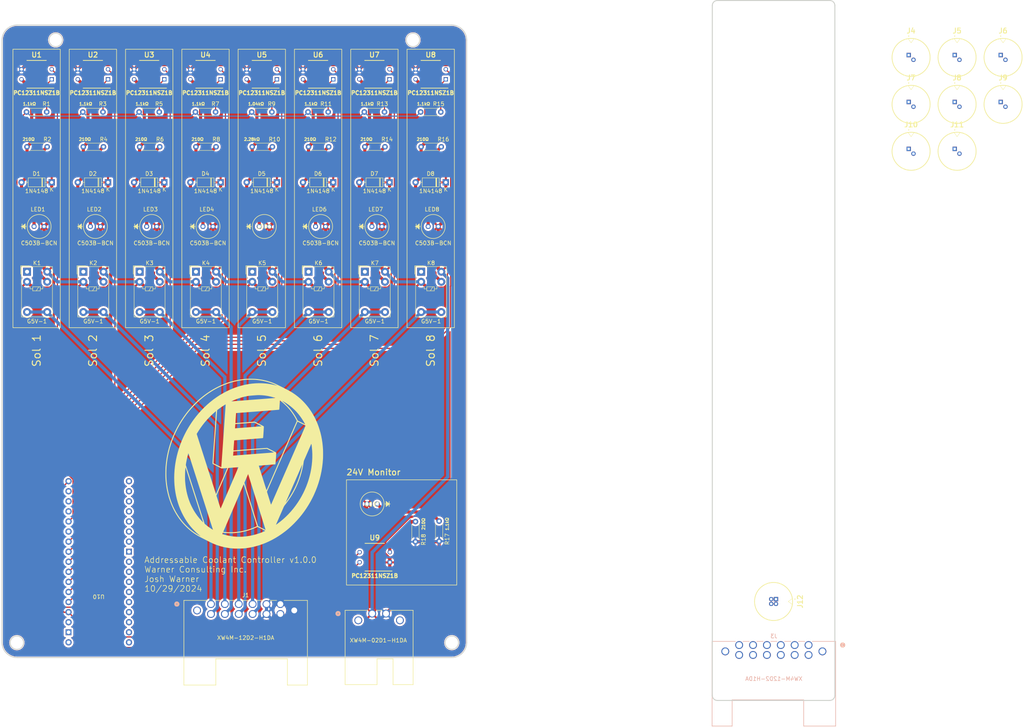
<source format=kicad_pcb>
(kicad_pcb (version 20221018) (generator pcbnew)
  (layers (0 "F.Cu" signal) (31 "B.Cu" signal) (34 "B.Paste" user) (35 "F.Paste" user) (36 "B.SilkS" user "B.Silkscreen") (37 "F.SilkS" user "F.Silkscreen") (38 "B.Mask" user) (39 "F.Mask" user) (44 "Edge.Cuts" user))
  (net 0 "")
  (net 1 "+24V")
  (net 2 "Net-(D1-A)")
  (net 3 "Net-(D2-A)")
  (net 4 "Net-(D3-A)")
  (net 5 "Net-(D4-A)")
  (net 6 "Net-(D5-A)")
  (net 7 "Net-(D6-A)")
  (net 8 "Net-(D7-A)")
  (net 9 "Net-(D8-A)")
  (net 10 "GND")
  (net 19 "Net-(LED1-Pad1)")
  (net 20 "Net-(LED2-Pad1)")
  (net 21 "Net-(LED3-Pad1)")
  (net 22 "Net-(LED4-Pad1)")
  (net 23 "Net-(LED5-Pad1)")
  (net 24 "Net-(LED6-Pad1)")
  (net 25 "Net-(LED7-Pad1)")
  (net 26 "Net-(LED8-Pad1)")
  (net 27 "/Main_Board/S1")
  (net 28 "Net-(LED9-Pad1)")
  (net 29 "/Main_Board/S3")
  (net 30 "/Main_Board/S5")
  (net 31 "/Main_Board/S7")
  (net 32 "/Main_Board/MCU 3.3v")
  (net 33 "/Main_Board/IO13")
  (net 34 "/Main_Board/S2")
  (net 35 "/Main_Board/S4")
  (net 36 "/Main_Board/S6")
  (net 37 "/Main_Board/S8")
  (net 38 "/Main_Board/MCU GND")
  (net 39 "/Connector_Board/S1")
  (net 40 "/Connector_Board/S3")
  (net 41 "/Connector_Board/S5")
  (net 42 "/Connector_Board/S7")
  (net 43 "/Connector_Board/MCU 3.3v")
  (net 44 "/Connector_Board/PS Out")
  (net 45 "/Connector_Board/S2")
  (net 46 "/Connector_Board/S4")
  (net 47 "/Connector_Board/S6")
  (net 48 "/Connector_Board/S8")
  (net 49 "/Connector_Board/GND")
  (net 50 "/Connector_Board/MCU GND")
  (net 52 "Net-(R10-Pad1)")
  (net 53 "/Main_Board/IO1")
  (net 54 "/Main_Board/IO3")
  (net 55 "/Main_Board/IO5")
  (net 56 "/Main_Board/IO21")
  (net 57 "/Main_Board/IO12")
  (net 58 "/Main_Board/IO0")
  (net 59 "/Main_Board/IO16")
  (net 60 "/Main_Board/IO4")
  (net 61 "/Main_Board/IO2")
  (net 84 "Net-(R2-Pad2)")
  (net 85 "Net-(R4-Pad2)")
  (net 86 "Net-(R6-Pad2)")
  (net 87 "Net-(R8-Pad2)")
  (net 88 "Net-(R12-Pad2)")
  (net 89 "Net-(R14-Pad2)")
  (net 90 "Net-(R16-Pad2)")
  (net 91 "Net-(R18-Pad2)")
  (footprint "Resistor:R_Axial_DIN0204_L3.6mm_D1.6mm_P5.08mm_Horizontal-JW" (layer "F.Cu") (at 92.5 66.53422)
    (fp_text reference "R3")
    (fp_text value "1.1kΩ")
  )
  (footprint "Resistor:R_Axial_DIN0204_L3.6mm_D1.6mm_P5.08mm_Horizontal-JW" (layer "F.Cu") (at 140.2975 75.3094 180)
    (fp_text reference "R10")
    (fp_text value "2.28kΩ")
  )
  (footprint "Resistor:R_Axial_DIN0204_L3.6mm_D1.6mm_P5.08mm_Horizontal-JW" (layer "F.Cu") (at 83.5035 75.3094 180)
    (fp_text reference "R2")
    (fp_text value "210Ω")
  )
  (footprint "ProS3:ProS3_TH" (layer "F.Cu") (at 96.5 179.959 180)
    (fp_text reference "U10")
    (fp_text value "ProS3")
  )
  (footprint "PC12311NSZ1B:PC12311NSZ1B" (layer "F.Cu") (at 166.0325 57.023 180)
    (fp_text reference "U7")
    (fp_text value "PC12311NSZ1B")
  )
  (footprint "Resistor:R_Axial_DIN0204_L3.6mm_D1.6mm_P5.08mm_Horizontal-JW" (layer "F.Cu") (at 120.897 66.53422)
    (fp_text reference "R7")
    (fp_text value "1.1kΩ")
  )
  (footprint "CreeLED Blue:C503B_BCN_CV0Z0461" (layer "F.Cu") (at 165.3925 95.41056)
    (fp_text reference "LED7")
    (fp_text value "C503B-BCN")
  )
  (footprint "Relay_THT:Relay_SPDT_Omron_G5V-1" (layer "F.Cu") (at 163.625 106.82154)
    (fp_text reference "K7")
    (fp_text value "G5V-1")
  )
  (footprint "Diode_THT:D_DO-35_SOD27_P7.62mm_Horizontal-JW" (layer "F.Cu") (at 141.4455 84.28458 180)
    (fp_text reference "D5")
    (fp_text value "1N4148")
  )
  (footprint "PC12311NSZ1B:PC12311NSZ1B" (layer "F.Cu") (at 180.231 57.023 180)
    (fp_text reference "U8")
    (fp_text value "PC12311NSZ1B")
  )
  (footprint "CreeLED Blue:C503B_BCN_CV0Z0461" (layer "F.Cu") (at 151.194 95.41056)
    (fp_text reference "LED6")
    (fp_text value "C503B-BCN")
  )
  (footprint "CreeLED Blue:C503B_BCN_CV0Z0461" (layer "F.Cu") (at 80.2015 95.41056)
    (fp_text reference "LED1")
    (fp_text value "C503B-BCN")
  )
  (footprint "Resistor:R_Axial_DIN0204_L3.6mm_D1.6mm_P5.08mm_Horizontal-JW" (layer "F.Cu") (at 177.691 66.53422)
    (fp_text reference "R15")
    (fp_text value "1.1kΩ")
  )
  (footprint "Diode_THT:D_DO-35_SOD27_P7.62mm_Horizontal-JW" (layer "F.Cu") (at 127.247 84.28458 180)
    (fp_text reference "D4")
    (fp_text value "1N4148")
  )
  (footprint "PC12311NSZ1B:PC12311NSZ1B" (layer "F.Cu") (at 151.834 57.023 180)
    (fp_text reference "U6")
    (fp_text value "PC12311NSZ1B")
  )
  (footprint "Resistor:R_Axial_DIN0204_L3.6mm_D1.6mm_P5.08mm_Horizontal-JW" (layer "F.Cu") (at 78.3015 66.53422)
    (fp_text reference "R1")
    (fp_text value "1.1kΩ")
  )
  (footprint "852-002-213R001:852-002-213R001" (layer "F.Cu") (at 312.977 52.7732)
    (fp_text reference "J5")
    (fp_text value "852-002-213R001" hide)
  )
  (footprint "852-002-213R001:852-002-213R001" (layer "F.Cu") (at 312.977 76.4428)
    (fp_text reference "J11")
    (fp_text value "852-002-213R001" hide)
  )
  (footprint "852-002-213R001:852-002-213R001" (layer "F.Cu") (at 301.377 76.4428)
    (fp_text reference "J10")
    (fp_text value "852-002-213R001" hide)
  )
  (footprint "PC12311NSZ1B:PC12311NSZ1B" (layer "F.Cu") (at 80.8415 57.023 180)
    (fp_text reference "U1")
    (fp_text value "PC12311NSZ1B")
  )
  (footprint "Resistor:R_Axial_DIN0204_L3.6mm_D1.6mm_P5.08mm_Horizontal-JW" (layer "F.Cu") (at 182.35436 169.70556 -90)
    (fp_text reference "R17")
    (fp_text value "1.1kΩ")
  )
  (footprint "Diode_THT:D_DO-35_SOD27_P7.62mm_Horizontal-JW" (layer "F.Cu") (at 155.644 84.28458 180)
    (fp_text reference "D6")
    (fp_text value "1N4148")
  )
  (footprint "Resistor:R_Axial_DIN0204_L3.6mm_D1.6mm_P5.08mm_Horizontal-JW" (layer "F.Cu") (at 182.893 75.3094 180)
    (fp_text reference "R16")
    (fp_text value "210Ω")
  )
  (footprint "Diode_THT:D_DO-35_SOD27_P7.62mm_Horizontal-JW" (layer "F.Cu") (at 84.6515 84.28458 180)
    (fp_text reference "D1")
    (fp_text value "1N4148")
  )
  (footprint "852-002-213R001:852-002-213R001" (layer "F.Cu") (at 324.577 52.7732)
    (fp_text reference "J6")
    (fp_text value "852-002-213R001" hide)
  )
  (footprint "Resistor:R_Axial_DIN0204_L3.6mm_D1.6mm_P5.08mm_Horizontal-JW" (layer "F.Cu") (at 176.38536 169.83256 -90)
    (fp_text reference "R18")
    (fp_text value "210Ω")
  )
  (footprint "Resistor:R_Axial_DIN0204_L3.6mm_D1.6mm_P5.08mm_Horizontal-JW" (layer "F.Cu") (at 154.496 75.3094 180)
    (fp_text reference "R12")
    (fp_text value "210Ω")
  )
  (footprint "Resistor:R_Axial_DIN0204_L3.6mm_D1.6mm_P5.08mm_Horizontal-JW" (layer "F.Cu") (at 149.294 66.53422)
    (fp_text reference "R11")
    (fp_text value "1.1kΩ")
  )
  (footprint "xw4m-02d1-h1da:xw4m-02d1-h1da" (layer "F.Cu") (at 165.45326 193.029861)
    (fp_text reference "J2" hide)
    (fp_text value "XW4M-02D1-H1DA")
  )
  (footprint "Warner Consulting Logo:Warner Consulting Logo" (layer "F.Cu") (at 133.20536 155.22756)
    (fp_text reference "G***")
    (fp_text value "LOGO" hide)
  )
  (footprint "852-002-213R001:852-002-213R001" (layer "F.Cu") (at 324.577 64.608)
    (fp_text reference "J9")
    (fp_text value "852-002-213R001" hide)
  )
  (footprint "CreeLED Blue:C503B_BCN_CV0Z0461" (layer "F.Cu") (at 166.73336 165.38756 180)
    (fp_text reference "LED9")
    (fp_text value "C503B-BCN")
  )
  (footprint "xw4m-12d2-h1da:xw4m-12d2-h1da" (layer "F.Cu") (at 124.816149 190.63246)
    (fp_text reference "J1")
    (fp_text value "XW4M-12D2-H1DA")
  )
  (footprint "PC12311NSZ1B:PC12311NSZ1B" (layer "F.Cu") (at 95.04 57.023 180)
    (fp_text reference "U2")
    (fp_text value "PC12311NSZ1B")
  )
  (footprint "Relay_THT:Relay_SPDT_Omron_G5V-1" (layer "F.Cu") (at 106.831 106.82154)
    (fp_text reference "K3")
    (fp_text value "G5V-1")
  )
  (footprint "Relay_THT:Relay_SPDT_Omron_G5V-1" (layer "F.Cu") (at 135.228 106.82154)
    (fp_text reference "K5")
    (fp_text value "G5V-1")
  )
  (footprint "PC12311NSZ1B:PC12311NSZ1B" (layer "F.Cu") (at 123.437 57.023 180)
    (fp_text reference "U4")
    (fp_text value "PC12311NSZ1B")
  )
  (footprint "PC12311NSZ1B:PC12311NSZ1B" (layer "F.Cu") (at 109.2385 57.023 180)
    (fp_text reference "U3")
    (fp_text value "PC12311NSZ1B")
  )
  (footprint "852-002-213R001:852-002-213R001" (layer "F.Cu") (at 301.377 64.608)
    (fp_text reference "J7")
    (fp_text value "852-002-213R001" hide)
  )
  (footprint "PC12311NSZ1B:PC12311NSZ1B" (layer "F.Cu") (at 166.116 178.816 180)
    (fp_text reference "U9")
    (fp_text value "PC12311NSZ1B")
  )
  (footprint "Diode_THT:D_DO-35_SOD27_P7.62mm_Horizontal-JW" (layer "F.Cu") (at 98.85 84.28458 180)
    (fp_text reference "D2")
    (fp_text value "1N4148")
  )
  (footprint "Diode_THT:D_DO-35_SOD27_P7.62mm_Horizontal-JW" (layer "F.Cu") (at 184.041 84.28458 180)
    (fp_text reference "D8")
    (fp_text value "1N4148")
  )
  (footprint "Diode_THT:D_DO-35_SOD27_P7.62mm_Horizontal-JW" (layer "F.Cu") (at 169.8425 84.28458 180)
    (fp_text reference "D7")
    (fp_text value "1N4148")
  )
  (footprint "Relay_THT:Relay_SPDT_Omron_G5V-1" (layer "F.Cu") (at 149.4265 106.82154)
    (fp_text reference "K6")
    (fp_text value "G5V-1")
  )
  (footprint "CreeLED Blue:C503B_BCN_CV0Z0461" (layer "F.Cu") (at 108.5985 95.41056)
    (fp_text reference "LED3")
    (fp_text value "C503B-BCN")
  )
  (footprint "PC12311NSZ1B:PC12311NSZ1B" (layer "F.Cu") (at 137.6355 57.023 180)
    (fp_text reference "U5")
    (fp_text value "PC12311NSZ1B")
  )
  (footprint "Resistor:R_Axial_DIN0204_L3.6mm_D1.6mm_P5.08mm_Horizontal-JW" (layer "F.Cu") (at 106.6985 66.53422)
    (fp_text reference "R5")
    (fp_text value "1.1kΩ")
  )
  (footprint "Resistor:R_Axial_DIN0204_L3.6mm_D1.6mm_P5.08mm_Horizontal-JW" (layer "F.Cu") (at 168.6945 75.3094 180)
    (fp_text reference "R14")
    (fp_text value "210Ω")
  )
  (footprint "CreeLED Green:C503B_GCN_CY0C0792" (layer "F.Cu") (at 136.9955 95.41056)
    (fp_text reference "LED5")
    (fp_text value "C503B-GCN")
  )
  (footprint "CreeLED Blue:C503B_BCN_CV0Z0461" (layer "F.Cu") (at 94.4 95.41056)
    (fp_text reference "LED2")
    (fp_text value "C503B-BCN")
  )
  (footprint "Resistor:R_Axial_DIN0204_L3.6mm_D1.6mm_P5.08mm_Horizontal-JW" (layer "F.Cu") (at 126.099 75.3094 180)
    (fp_text reference "R8")
    (fp_text value "210Ω")
  )
  (footprint "CreeLED Blue:C503B_BCN_CV0Z0461" (layer "F.Cu") (at 179.591 95.41056)
    (fp_text reference "LED8")
    (fp_text value "C503B-BCN")
  )
  (footprint "Relay_THT:Relay_SPDT_Omron_G5V-1" (layer "F.Cu") (at 78.434 106.82154)
    (fp_text reference "K1")
    (fp_text value "G5V-1")
  )
  (footprint "852-002-213R001:852-002-213R001" (layer "F.Cu") (at 301.377 52.7732)
    (fp_text reference "J4")
    (fp_text value "852-002-213R001" hide)
  )
  (footprint "Resistor:R_Axial_DIN0204_L3.6mm_D1.6mm_P5.08mm_Horizontal-JW" (layer "F.Cu") (at 135.0955 66.53422)
    (fp_text reference "R9")
    (fp_text value "1.04kΩ")
  )
  (footprint "Resistor:R_Axial_DIN0204_L3.6mm_D1.6mm_P5.08mm_Horizontal-JW" (layer "F.Cu") (at 111.9005 75.3094 180)
    (fp_text reference "R6")
    (fp_text value "210Ω")
  )
  (footprint "Relay_THT:Relay_SPDT_Omron_G5V-1" (layer "F.Cu") (at 121.0295 106.82154)
    (fp_text reference "K4")
    (fp_text value "G5V-1")
  )
  (footprint "Relay_THT:Relay_SPDT_Omron_G5V-1" (layer "F.Cu") (at 92.6325 106.82154)
    (fp_text reference "K2")
    (fp_text value "G5V-1")
  )
  (footprint "Resistor:R_Axial_DIN0204_L3.6mm_D1.6mm_P5.08mm_Horizontal-JW" (layer "F.Cu") (at 163.4925 66.53422)
    (fp_text reference "R13")
    (fp_text value "1.1kΩ")
  )
  (footprint "Diode_THT:D_DO-35_SOD27_P7.62mm_Horizontal-JW" (layer "F.Cu") (at 113.0485 84.28458 180)
    (fp_text reference "D3")
    (fp_text value "1N4148")
  )
  (footprint "Resistor:R_Axial_DIN0204_L3.6mm_D1.6mm_P5.08mm_Horizontal-JW" (layer "F.Cu") (at 97.702 75.3094 180)
    (fp_text reference "R4")
    (fp_text value "210Ω")
  )
  (footprint "852-002-213R004:852004213R004" (layer "F.Cu") (at 266.7 189.9824 -90)
    (fp_text reference "J12")
    (fp_text value "852-004-213R004" hide)
  )
  (footprint "Relay_THT:Relay_SPDT_Omron_G5V-1" (layer "F.Cu") (at 177.8235 106.82154)
    (fp_text reference "K8")
    (fp_text value "G5V-1")
  )
  (footprint "852-002-213R001:852-002-213R001" (layer "F.Cu") (at 312.977 64.608)
    (fp_text reference "J8")
    (fp_text value "852-002-213R001" hide)
  )
  (footprint "CreeLED Blue:C503B_BCN_CV0Z0461" (layer "F.Cu") (at 122.797 95.41056)
    (fp_text reference "LED4")
    (fp_text value "C503B-BCN")
  )
  (footprint "xw4m-12d2-h1da:xw4m-12d2-h1da" (layer "B.Cu") (at 275.519002 200.964988 180)
    (fp_text reference "J3")
    (fp_text value "XW4M-12D2-H1DA")
  )
  (gr_rect (start 174.262 50.70656) (end 186.2 120.93756) (stroke (width 0.15)) (fill none) (layer "F.SilkS"))
  (gr_rect (start 131.6665 50.70656) (end 143.6045 120.93756) (stroke (width 0.15)) (fill none) (layer "F.SilkS"))
  (gr_rect locked (start 74.8725 50.70656) (end 86.8105 120.93756) (stroke (width 0.15)) (fill none) (layer "F.SilkS"))
  (gr_rect (start 160.0635 50.70656) (end 172.0015 120.93756) (stroke (width 0.15)) (fill none) (layer "F.SilkS"))
  (gr_rect (start 103.2695 50.70656) (end 115.2075 120.93756) (stroke (width 0.15)) (fill none) (layer "F.SilkS"))
  (gr_rect (start 145.865 50.70656) (end 157.803 120.93756) (stroke (width 0.15)) (fill none) (layer "F.SilkS"))
  (gr_rect (start 117.468 50.70656) (end 129.406 120.93756) (stroke (width 0.15)) (fill none) (layer "F.SilkS"))
  (gr_rect (start 89.071 50.70656) (end 101.009 120.93756) (stroke (width 0.15)) (fill none) (layer "F.SilkS"))
  (gr_rect (start 158.98636 159.29156) (end 186.79936 185.83456) (stroke (width 0.15)) (fill none) (layer "F.SilkS"))
  (gr_arc locked (start 252.52 214.935) (mid 251.621974 214.563026) (end 251.25 213.665) (stroke (width 0.25)) (layer "Edge.Cuts"))
  (gr_arc locked (start 72.11836 48.42056) (mid 73.234283 45.726483) (end 75.92836 44.61056) (stroke (width 0.25)) (layer "Edge.Cuts"))
  (gr_line locked (start 282.15 39.6875) (end 282.15 213.665) (stroke (width 0.25)) (layer "Edge.Cuts"))
  (gr_arc locked (start 282.15 213.665) (mid 281.778026 214.563026) (end 280.88 214.935) (stroke (width 0.25)) (layer "Edge.Cuts"))
  (gr_circle locked (center 75.86836 200.36634) (end 77.56836 200.36634) (stroke (width 0.25)) (fill none) (layer "Edge.Cuts"))
  (gr_circle locked (center 85.66125 48.36056) (end 87.36125 48.36056) (stroke (width 0.25)) (fill none) (layer "Edge.Cuts"))
  (gr_line locked (start 252.52 214.935) (end 280.88 214.935) (stroke (width 0.25)) (layer "Edge.Cuts"))
  (gr_line locked (start 72.11836 48.42056) (end 72.11836 200.30634) (stroke (width 0.25)) (layer "Edge.Cuts"))
  (gr_line locked (start 185.49414 44.61056) (end 75.92836 44.61056) (stroke (width 0.25)) (layer "Edge.Cuts"))
  (gr_arc locked (start 280.88 38.4175) (mid 281.778026 38.789474) (end 282.15 39.6875) (stroke (width 0.25)) (layer "Edge.Cuts"))
  (gr_arc locked (start 251.25 39.6875) (mid 251.621974 38.789474) (end 252.52 38.4175) (stroke (width 0.25)) (layer "Edge.Cuts"))
  (gr_line locked (start 252.52 38.4175) (end 280.88 38.4175) (stroke (width 0.25)) (layer "Edge.Cuts"))
  (gr_line locked (start 75.92836 204.11634) (end 185.49414 204.11634) (stroke (width 0.25)) (layer "Edge.Cuts"))
  (gr_circle locked (center 175.76125 48.36056) (end 177.46125 48.36056) (stroke (width 0.25)) (fill none) (layer "Edge.Cuts"))
  (gr_circle locked (center 185.55414 200.36634) (end 187.25414 200.36634) (stroke (width 0.25)) (fill none) (layer "Edge.Cuts"))
  (gr_arc locked (start 189.30414 200.30634) (mid 188.188223 203.000423) (end 185.49414 204.11634) (stroke (width 0.25)) (layer "Edge.Cuts"))
  (gr_line locked (start 251.25 39.6875) (end 251.25 213.665) (stroke (width 0.25)) (layer "Edge.Cuts"))
  (gr_arc locked (start 75.92836 204.11634) (mid 73.23429 203.000416) (end 72.11836 200.30634) (stroke (width 0.25)) (layer "Edge.Cuts"))
  (gr_line locked (start 189.30414 200.30634) (end 189.30414 48.42056) (stroke (width 0.25)) (layer "Edge.Cuts"))
  (gr_arc locked (start 185.49414 44.61056) (mid 188.18823 45.726476) (end 189.30414 48.42056) (stroke (width 0.25)) (layer "Edge.Cuts"))
  (gr_text "Sol 1 " (at 80.8415 120.93756 90) (layer "F.SilkS") (effects (font (size 2 2) (thickness 0.25)) (justify right)))
  (gr_text "Addressable Coolant Controller v1.0.0\nWarner Consulting Inc.\nJosh Warner\n10/29/2024" (at 107.93236 187.61256) (layer "F.SilkS") (effects (font (size 1.5 1.5)) (justify left bottom)))
  (gr_text "Sol 7 " (at 166.0325 120.93756 90) (layer "F.SilkS") (effects (font (size 2 2) (thickness 0.25)) (justify right)))
  (gr_text "Sol 6 " (at 151.834 120.93756 90) (layer "F.SilkS") (effects (font (size 2 2) (thickness 0.25)) (justify right)))
  (gr_text "Sol 5 " (at 137.6355 120.93756 90) (layer "F.SilkS") (effects (font (size 2 2) (thickness 0.25)) (justify right)))
  (gr_text "Sol 4 " (at 123.437 120.93756 90) (layer "F.SilkS") (effects (font (size 2 2) (thickness 0.25)) (justify right)))
  (gr_text "Sol 3 " (at 109.2385 120.93756 90) (layer "F.SilkS") (effects (font (size 2 2) (thickness 0.25)) (justify right)))
  (gr_text "24V Monitor" (at 158.85936 158.27556) (layer "F.SilkS") (effects (font (size 1.5 1.5) (thickness 0.25) bold) (justify left bottom)))
  (gr_text "Sol 8 " (at 180.231 120.93756 90) (layer "F.SilkS") (effects (font (size 2 2) (thickness 0.25)) (justify right)))
  (gr_text "Sol 2 " (at 95.04 120.93756 90) (layer "F.SilkS") (effects (font (size 2 2) (thickness 0.25)) (justify right)))
  (segment (start 75.8815 180.805251) (end 75.8815 68.95422) (width 0.3) (layer "F.Cu") (net 0))
  (segment (start 75.8815 68.95422) (end 78.3015 66.53422) (width 0.3) (layer "F.Cu") (net 0))
  (segment (start 97.77236 201.58256) (end 88.88236 192.69256) (width 0.3) (layer "F.Cu") (net 0))
  (segment (start 162.28836 180.11956) (end 140.82536 201.58256) (width 0.3) (layer "F.Cu") (net 0))
  (segment (start 140.82536 201.58256) (end 97.77236 201.58256) (width 0.3) (layer "F.Cu") (net 0))
  (segment (start 88.88236 192.69256) (end 87.768809 192.69256) (width 0.3) (layer "F.Cu") (net 0))
  (segment (start 87.768809 192.69256) (end 75.8815 180.805251) (width 0.3) (layer "F.Cu") (net 0))
  (segment (start 78.3015 66.53422) (end 79.3515 67.58422) (width 0.3) (layer "B.Cu") (net 0))
  (segment (start 97.7125 116.98154) (end 126.406749 145.675789) (width 0.8) (layer "B.Cu") (net 0))
  (segment (start 150.344 67.58422) (end 162.4425 67.58422) (width 0.3) (layer "B.Cu") (net 0))
  (segment (start 124.816149 158.283689) (end 83.514 116.98154) (width 0.8) (layer "B.Cu") (net 0))
  (segment (start 140.308 116.98154) (end 135.228 116.98154) (width 0.8) (layer "B.Cu") (net 0))
  (segment (start 133.40675 133.00129) (end 133.40675 191.54186) (width 0.8) (layer "B.Cu") (net 0))
  (segment (start 92.5 66.53422) (end 93.55 67.58422) (width 0.3) (layer "B.Cu") (net 0))
  (segment (start 126.406749 191.54186) (end 124.816149 193.13246) (width 0.8) (layer "B.Cu") (net 0))
  (segment (start 148.244 67.58422) (end 149.294 66.53422) (width 0.3) (layer "B.Cu") (net 0))
  (segment (start 168.705 116.98154) (end 163.625 116.98154) (width 0.8) (layer "B.Cu") (net 0))
  (segment (start 126.1095 116.98154) (end 121.0295 116.98154) (width 0.8) (layer "B.Cu") (net 0))
  (segment (start 97.7125 116.98154) (end 92.6325 116.98154) (width 0.8) (layer "B.Cu") (net 0))
  (segment (start 91.45 67.58422) (end 92.5 66.53422) (width 0.3) (layer "B.Cu") (net 0))
  (segment (start 149.294 66.53422) (end 150.344 67.58422) (width 0.3) (layer "B.Cu") (net 0))
  (segment (start 128.31615 190.63246) (end 128.31615 133.38669) (width 0.8) (layer "B.Cu") (net 0))
  (segment (start 131.81615 190.63246) (end 131.81615 120.39339) (width 0.8) (layer "B.Cu") (net 0))
  (segment (start 162.4425 67.58422) (end 163.4925 66.53422) (width 0.3) (layer "B.Cu") (net 0))
  (segment (start 136.906751 191.54186) (end 135.316151 193.13246) (width 0.8) (layer "B.Cu") (net 0))
  (segment (start 111.911 116.98154) (end 106.831 116.98154) (width 0.8) (layer "B.Cu") (net 0))
  (segment (start 182.9035 116.98154) (end 177.8235 116.98154) (width 0.8) (layer "B.Cu") (net 0))
  (segment (start 126.406749 145.675789) (end 126.406749 191.54186) (width 0.8) (layer "B.Cu") (net 0))
  (segment (start 135.0955 66.53422) (end 136.1455 67.58422) (width 0.3) (layer "B.Cu") (net 0))
  (segment (start 163.4925 66.53422) (end 164.5425 67.58422) (width 0.3) (layer "B.Cu") (net 0))
  (segment (start 131.81615 120.39339) (end 135.228 116.98154) (width 0.8) (layer "B.Cu") (net 0))
  (segment (start 164.5425 67.58422) (end 176.641 67.58422) (width 0.3) (layer "B.Cu") (net 0))
  (segment (start 176.641 67.58422) (end 177.691 66.53422) (width 0.3) (layer "B.Cu") (net 0))
  (segment (start 121.947 67.58422) (end 134.0455 67.58422) (width 0.3) (layer "B.Cu") (net 0))
  (segment (start 93.55 67.58422) (end 105.6485 67.58422) (width 0.3) (layer "B.Cu") (net 0))
  (segment (start 83.514 116.98154) (end 78.434 116.98154) (width 0.8) (layer "B.Cu") (net 0))
  (segment (start 134.0455 67.58422) (end 135.0955 66.53422) (width 0.3) (layer "B.Cu") (net 0))
  (segment (start 129.90675 120.77879) (end 129.90675 191.54186) (width 0.8) (layer "B.Cu") (net 0))
  (segment (start 107.7485 67.58422) (end 119.847 67.58422) (width 0.3) (layer "B.Cu") (net 0))
  (segment (start 154.5065 116.98154) (end 149.4265 116.98154) (width 0.8) (layer "B.Cu") (net 0))
  (segment (start 119.847 67.58422) (end 120.897 66.53422) (width 0.3) (layer "B.Cu") (net 0))
  (segment (start 177.8235 116.98154) (end 136.906751 157.898289) (width 0.8) (layer "B.Cu") (net 0))
  (segment (start 136.906751 157.898289) (end 136.906751 191.54186) (width 0.8) (layer "B.Cu") (net 0))
  (segment (start 124.816149 190.63246) (end 124.816149 158.283689) (width 0.8) (layer "B.Cu") (net 0))
  (segment (start 106.6985 66.53422) (end 107.7485 67.58422) (width 0.3) (layer "B.Cu") (net 0))
  (segment (start 129.90675 191.54186) (end 128.31615 193.13246) (width 0.8) (layer "B.Cu") (net 0))
  (segment (start 136.1455 67.58422) (end 148.244 67.58422) (width 0.3) (layer "B.Cu") (net 0))
  (segment (start 135.316151 190.63246) (end 135.316151 145.290389) (width 0.8) (layer "B.Cu") (net 0))
  (segment (start 79.3515 67.58422) (end 91.45 67.58422) (width 0.3) (layer "B.Cu") (net 0))
  (segment (start 149.4265 116.98154) (end 133.40675 133.00129) (width 0.8) (layer "B.Cu") (net 0))
  (segment (start 120.897 66.53422) (end 121.947 67.58422) (width 0.3) (layer "B.Cu") (net 0))
  (segment (start 133.40675 191.54186) (end 131.81615 193.13246) (width 0.8) (layer "B.Cu") (net 0))
  (segment (start 135.316151 145.290389) (end 163.625 116.98154) (width 0.8) (layer "B.Cu") (net 0))
  (segment (start 126.1095 116.98154) (end 129.90675 120.77879) (width 0.8) (layer "B.Cu") (net 0))
  (segment (start 105.6485 67.58422) (end 106.6985 66.53422) (width 0.3) (layer "B.Cu") (net 0))
  (segment (start 128.31615 133.38669) (end 111.911 116.98154) (width 0.8) (layer "B.Cu") (net 0))
  (segment (start 141.908 108.42154) (end 140.308 106.82154) (width 0.8) (layer "F.Cu") (net 1))
  (segment (start 127.7095 110.10092) (end 127.7095 108.42154) (width 0.8) (layer "F.Cu") (net 1))
  (segment (start 169.90836 179.205906) (end 164.06636 173.363906) (width 0.8) (layer "F.Cu") (net 1))
  (segment (start 153.734 106.04904) (end 154.5065 106.82154) (width 0.8) (layer "F.Cu") (net 1))
  (segment (start 164.06636 173.363906) (end 164.06636 165.51456) (width 0.8) (layer "F.Cu") (net 1))
  (segment (start 127.247 84.28458) (end 127.247 93.50056) (width 0.8) (layer "F.Cu") (net 1))
  (segment (start 84.6515 93.50056) (end 82.7415 95.41056) (width 0.8) (layer "F.Cu") (net 1))
  (segment (start 82.7415 95.41056) (end 82.7415 106.04904) (width 0.8) (layer "F.Cu") (net 1))
  (segment (start 113.0485 84.28458) (end 113.0485 93.50056) (width 0.8) (layer "F.Cu") (net 1))
  (segment (start 82.7415 106.04904) (end 83.514 106.82154) (width 0.8) (layer "F.Cu") (net 1))
  (segment (start 179.4235 110.96154) (end 183.64288 110.96154) (width 0.8) (layer "F.Cu") (net 1))
  (segment (start 151.0265 110.96154) (end 155.24588 110.96154) (width 0.8) (layer "F.Cu") (net 1))
  (segment (start 169.90836 187.63556) (end 169.90836 179.205906) (width 0.8) (layer "F.Cu") (net 1))
  (segment (start 127.7095 108.42154) (end 126.1095 106.82154) (width 0.8) (layer "F.Cu") (net 1))
  (segment (start 135.228 109.36154) (end 136.828 110.96154) (width 0.8) (layer "F.Cu") (net 1))
  (segment (start 98.85 84.28458) (end 98.85 93.50056) (width 0.8) (layer "F.Cu") (net 1))
  (segment (start 184.041 84.28458) (end 184.041 93.50056) (width 0.8) (layer "F.Cu") (net 1))
  (segment (start 169.8425 93.50056) (end 167.9325 95.41056) (width 0.8) (layer "F.Cu") (net 1))
  (segment (start 106.831 109.36154) (end 108.431 110.96154) (width 0.8) (layer "F.Cu") (net 1))
  (segment (start 122.6295 110.96154) (end 126.84888 110.96154) (width 0.8) (layer "F.Cu") (net 1))
  (segment (start 182.131 106.04904) (end 182.9035 106.82154) (width 0.8) (layer "F.Cu") (net 1))
  (segment (start 94.2325 110.96154) (end 98.45188 110.96154) (width 0.8) (layer "F.Cu") (net 1))
  (segment (start 125.337 106.04904) (end 126.1095 106.82154) (width 0.8) (layer "F.Cu") (net 1))
  (segment (start 98.45188 110.96154) (end 99.3125 110.10092) (width 0.8) (layer "F.Cu") (net 1))
  (segment (start 170.305 110.10092) (end 170.305 108.42154) (width 0.8) (layer "F.Cu") (net 1))
  (segment (start 165.225 110.96154) (end 169.44438 110.96154) (width 0.8) (layer "F.Cu") (net 1))
  (segment (start 149.4265 109.36154) (end 151.0265 110.96154) (width 0.8) (layer "F.Cu") (net 1))
  (segment (start 141.4455 93.50056) (end 139.5355 95.41056) (width 0.8) (layer "F.Cu") (net 1))
  (segment (start 113.511 108.42154) (end 111.911 106.82154) (width 0.8) (layer "F.Cu") (net 1))
  (segment (start 165.45326 193.029861) (end 165.45326 192.09066) (width 0.8) (layer "F.Cu") (net 1))
  (segment (start 121.0295 109.36154) (end 122.6295 110.96154) (width 0.8) (layer "F.Cu") (net 1))
  (segment (start 136.828 110.96154) (end 141.04738 110.96154) (width 0.8) (layer "F.Cu") (net 1))
  (segment (start 84.6515 84.28458) (end 84.6515 93.50056) (width 0.8) (layer "F.Cu") (net 1))
  (segment (start 184.041 93.50056) (end 182.131 95.41056) (width 0.8) (layer "F.Cu") (net 1))
  (segment (start 99.3125 110.10092) (end 99.3125 108.42154) (width 0.8) (layer "F.Cu") (net 1))
  (segment (start 127.247 93.50056) (end 125.337 95.41056) (width 0.8) (layer "F.Cu") (net 1))
  (segment (start 167.9325 95.41056) (end 167.9325 106.04904) (width 0.8) (layer "F.Cu") (net 1))
  (segment (start 108.431 110.96154) (end 112.65038 110.96154) (width 0.8) (layer "F.Cu") (net 1))
  (segment (start 125.337 95.41056) (end 125.337 106.04904) (width 0.8) (layer "F.Cu") (net 1))
  (segment (start 169.44438 110.96154) (end 170.305 110.10092) (width 0.8) (layer "F.Cu") (net 1))
  (segment (start 84.25338 110.96154) (end 85.114 110.10092) (width 0.8) (layer "F.Cu") (net 1))
  (segment (start 155.24588 110.96154) (end 156.1065 110.10092) (width 0.8) (layer "F.Cu") (net 1))
  (segment (start 177.8235 109.36154) (end 179.4235 110.96154) (width 0.8) (layer "F.Cu") (net 1))
  (segment (start 183.64288 110.96154) (end 184.5035 110.10092) (width 0.8) (layer "F.Cu") (net 1))
  (segment (start 96.94 95.41056) (end 96.94 106.04904) (width 0.8) (layer "F.Cu") (net 1))
  (segment (start 184.5035 108.42154) (end 182.9035 106.82154) (width 0.8) (layer "F.Cu") (net 1))
  (segment (start 165.45326 192.09066) (end 169.90836 187.63556) (width 0.8) (layer "F.Cu") (net 1))
  (segment (start 112.65038 110.96154) (end 113.511 110.10092) (width 0.8) (layer "F.Cu") (net 1))
  (segment (start 139.5355 95.41056) (end 139.5355 106.04904) (width 0.8) (layer "F.Cu") (net 1))
  (segment (start 139.5355 106.04904) (end 140.308 106.82154) (width 0.8) (layer "F.Cu") (net 1))
  (segment (start 96.94 106.04904) (end 97.7125 106.82154) (width 0.8) (layer "F.Cu") (net 1))
  (segment (start 184.5035 110.10092) (end 184.5035 108.42154) (width 0.8) (layer "F.Cu") (net 1))
  (segment (start 80.034 110.96154) (end 84.25338 110.96154) (width 0.8) (layer "F.Cu") (net 1))
  (segment (start 85.114 110.10092) (end 85.114 108.42154) (width 0.8) (layer "F.Cu") (net 1))
  (segment (start 163.625 109.36154) (end 165.225 110.96154) (width 0.8) (layer "F.Cu") (net 1))
  (segment (start 113.511 110.10092) (end 113.511 108.42154) (width 0.8) (layer "F.Cu") (net 1))
  (segment (start 85.114 108.42154) (end 83.514 106.82154) (width 0.8) (layer "F.Cu") (net 1))
  (segment (start 155.644 84.28458) (end 155.644 93.50056) (width 0.8) (layer "F.Cu") (net 1))
  (segment (start 78.434 109.36154) (end 80.034 110.96154) (width 0.8) (layer "F.Cu") (net 1))
  (segment (start 99.3125 108.42154) (end 97.7125 106.82154) (width 0.8) (layer "F.Cu") (net 1))
  (segment (start 98.85 93.50056) (end 96.94 95.41056) (width 0.8) (layer "F.Cu") (net 1))
  (segment (start 141.908 110.10092) (end 141.908 108.42154) (width 0.8) (layer "F.Cu") (net 1))
  (segment (start 167.9325 106.04904) (end 168.705 106.82154) (width 0.8) (layer "F.Cu") (net 1))
  (segment (start 155.644 93.50056) (end 153.734 95.41056) (width 0.8) (layer "F.Cu") (net 1))
  (segment (start 141.4455 84.28458) (end 141.4455 93.50056) (width 0.8) (layer "F.Cu") (net 1))
  (segment (start 164.06636 165.51456) (end 164.19336 165.38756) (width 0.8) (layer "F.Cu") (net 1))
  (segment (start 92.6325 109.36154) (end 94.2325 110.96154) (width 0.8) (layer "F.Cu") (net 1))
  (segment (start 153.734 95.41056) (end 153.734 106.04904) (width 0.8) (layer "F.Cu") (net 1))
  (segment (start 169.8425 84.28458) (end 169.8425 93.50056) (width 0.8) (layer "F.Cu") (net 1))
  (segment (start 156.1065 110.10092) (end 156.1065 108.42154) (width 0.8) (layer "F.Cu") (net 1))
  (segment (start 170.305 108.42154) (end 168.705 106.82154) (width 0.8) (layer "F.Cu") (net 1))
  (segment (start 156.1065 108.42154) (end 154.5065 106.82154) (width 0.8) (layer "F.Cu") (net 1))
  (segment (start 126.84888 110.96154) (end 127.7095 110.10092) (width 0.8) (layer "F.Cu") (net 1))
  (segment (start 141.04738 110.96154) (end 141.908 110.10092) (width 0.8) (layer "F.Cu") (net 1))
  (segment (start 113.0485 93.50056) (end 111.1385 95.41056) (width 0.8) (layer "F.Cu") (net 1))
  (segment (start 111.1385 95.41056) (end 111.1385 106.04904) (width 0.8) (layer "F.Cu") (net 1))
  (segment (start 111.1385 106.04904) (end 111.911 106.82154) (width 0.8) (layer "F.Cu") (net 1))
  (segment (start 182.131 95.41056) (end 182.131 106.04904) (width 0.8) (layer "F.Cu") (net 1))
  (segment (start 140.308 106.82154) (end 142.848 109.36154) (width 0.8) (layer "B.Cu") (net 1))
  (segment (start 182.9035 106.82154) (end 184.5035 108.42154) (width 0.8) (layer "B.Cu") (net 1))
  (segment (start 168.705 106.82154) (end 171.245 109.36154) (width 0.8) (layer "B.Cu") (net 1))
  (segment (start 86.054 109.36154) (end 92.6325 109.36154) (width 0.8) (layer "B.Cu") (net 1))
  (segment (start 128.6495 109.36154) (end 135.228 109.36154) (width 0.8) (layer "B.Cu") (net 1))
  (segment (start 157.0465 109.36154) (end 163.625 109.36154) (width 0.8) (layer "B.Cu") (net 1))
  (segment (start 165.45326 177.58966) (end 165.45326 193.029861) (width 0.8) (layer "B.Cu") (net 1))
  (segment (start 184.5035 158.53942) (end 165.45326 177.58966) (width 0.8) (layer "B.Cu") (net 1))
  (segment (start 171.245 109.36154) (end 177.8235 109.36154) (width 0.8) (layer "B.Cu") (net 1))
  (segment (start 83.514 106.82154) (end 86.054 109.36154) (width 0.8) (layer "B.Cu") (net 1))
  (segment (start 126.1095 106.82154) (end 128.6495 109.36154) (width 0.8) (layer "B.Cu") (net 1))
  (segment (start 97.7125 106.82154) (end 100.2525 109.36154) (width 0.8) (layer "B.Cu") (net 1))
  (segment (start 142.848 109.36154) (end 149.4265 109.36154) (width 0.8) (layer "B.Cu") (net 1))
  (segment (start 100.2525 109.36154) (end 106.831 109.36154) (width 0.8) (layer "B.Cu") (net 1))
  (segment (start 114.451 109.36154) (end 121.0295 109.36154) (width 0.8) (layer "B.Cu") (net 1))
  (segment (start 111.911 106.82154) (end 114.451 109.36154) (width 0.8) (layer "B.Cu") (net 1))
  (segment (start 184.5035 108.42154) (end 184.5035 158.53942) (width 0.8) (layer "B.Cu") (net 1))
  (segment (start 154.5065 106.82154) (end 157.0465 109.36154) (width 0.8) (layer "B.Cu") (net 1))
  (segment (start 83.3815 59.59656) (end 84.6515 58.32656) (width 0.3) (layer "F.Cu") (net 2))
  (segment (start 77.0315 58.32656) (end 79.6015 60.89656) (width 0.8) (layer "F.Cu") (net 2))
  (segment (start 81.914 107.10154) (end 81.914 107.76154) (width 0.8) (layer "F.Cu") (net 2))
  (segment (start 81.914 107.76154) (end 83.514 109.36154) (width 0.8) (layer "F.Cu") (net 2))
  (segment (start 77.0315 84.28458) (end 77.0315 102.21904) (width 0.8) (layer "F.Cu") (net 2))
  (segment (start 77.0315 102.21904) (end 81.914 107.10154) (width 0.8) (layer "F.Cu") (net 2))
  (segment (start 78.4235 75.3094) (end 78.4235 82.89258) (width 0.8) (layer "F.Cu") (net 2))
  (segment (start 83.3815 66.53422) (end 83.3815 59.59656) (width 0.3) (layer "F.Cu") (net 2))
  (segment (start 78.4235 82.89258) (end 77.0315 84.28458) (width 0.8) (layer "F.Cu") (net 2))
  (segment (start 79.6015 74.1314) (end 78.4235 75.3094) (width 0.8) (layer "F.Cu") (net 2))
  (segment (start 79.6015 60.89656) (end 79.6015 74.1314) (width 0.8) (layer "F.Cu") (net 2))
  (segment (start 91.23 58.32656) (end 93.8 60.89656) (width 0.8) (layer "F.Cu") (net 3))
  (segment (start 93.8 60.89656) (end 93.8 74.1314) (width 0.8) (layer "F.Cu") (net 3))
  (segment (start 97.58 66.53422) (end 97.58 59.59656) (width 0.3) (layer "F.Cu") (net 3))
  (segment (start 92.622 75.3094) (end 92.622 82.89258) (width 0.8) (layer "F.Cu") (net 3))
  (segment (start 96.1125 107.76154) (end 97.7125 109.36154) (width 0.8) (layer "F.Cu") (net 3))
  (segment (start 96.1125 107.10154) (end 96.1125 107.76154) (width 0.8) (layer "F.Cu") (net 3))
  (segment (start 93.8 74.1314) (end 92.622 75.3094) (width 0.8) (layer "F.Cu") (net 3))
  (segment (start 91.23 84.28458) (end 91.23 102.21904) (width 0.8) (layer "F.Cu") (net 3))
  (segment (start 98.85 58.32656) (end 98.55248 58.02904) (width 0.3) (layer "F.Cu") (net 3))
  (segment (start 97.58 59.59656) (end 98.85 58.32656) (width 0.3) (layer "F.Cu") (net 3))
  (segment (start 92.622 82.89258) (end 91.23 84.28458) (width 0.8) (layer "F.Cu") (net 3))
  (segment (start 91.23 102.21904) (end 96.1125 107.10154) (width 0.8) (layer "F.Cu") (net 3))
  (segment (start 105.4285 84.28458) (end 105.4285 102.21904) (width 0.8) (layer "F.Cu") (net 4))
  (segment (start 111.7785 59.59656) (end 113.0485 58.32656) (width 0.3) (layer "F.Cu") (net 4))
  (segment (start 106.8205 75.3094) (end 106.8205 82.89258) (width 0.8) (layer "F.Cu") (net 4))
  (segment (start 106.8205 82.89258) (end 105.4285 84.28458) (width 0.8) (layer "F.Cu") (net 4))
  (segment (start 110.311 107.10154) (end 110.311 107.76154) (width 0.8) (layer "F.Cu") (net 4))
  (segment (start 110.311 107.76154) (end 111.911 109.36154) (width 0.8) (layer "F.Cu") (net 4))
  (segment (start 105.4285 58.32656) (end 107.9985 60.89656) (width 0.8) (layer "F.Cu") (net 4))
  (segment (start 111.7785 66.53422) (end 111.7785 59.59656) (width 0.3) (layer "F.Cu") (net 4))
  (segment (start 105.4285 102.21904) (end 110.311 107.10154) (width 0.8) (layer "F.Cu") (net 4))
  (segment (start 107.9985 74.1314) (end 106.8205 75.3094) (width 0.8) (layer "F.Cu") (net 4))
  (segment (start 107.9985 60.89656) (end 107.9985 74.1314) (width 0.8) (layer "F.Cu") (net 4))
  (segment (start 122.197 60.89656) (end 122.197 74.1314) (width 0.8) (layer "F.Cu") (net 5))
  (segment (start 121.019 75.3094) (end 121.019 82.89258) (width 0.8) (layer "F.Cu") (net 5))
  (segment (start 124.5095 107.10154) (end 124.5095 107.76154) (width 0.8) (layer "F.Cu") (net 5))
  (segment (start 119.627 58.32656) (end 122.197 60.89656) (width 0.8) (layer "F.Cu") (net 5))
  (segment (start 119.627 84.28458) (end 119.627 102.21904) (width 0.8) (layer "F.Cu") (net 5))
  (segment (start 121.019 82.89258) (end 119.627 84.28458) (width 0.8) (layer "F.Cu") (net 5))
  (segment (start 125.977 59.59656) (end 127.247 58.32656) (width 0.3) (layer "F.Cu") (net 5))
  (segment (start 124.5095 107.76154) (end 126.1095 109.36154) (width 0.8) (layer "F.Cu") (net 5))
  (segment (start 125.977 66.53422) (end 125.977 59.59656) (width 0.3) (layer "F.Cu") (net 5))
  (segment (start 119.627 102.21904) (end 124.5095 107.10154) (width 0.8) (layer "F.Cu") (net 5))
  (segment (start 122.197 74.1314) (end 121.019 75.3094) (width 0.8) (layer "F.Cu") (net 5))
  (segment (start 154.374 66.53422) (end 154.374 59.59656) (width 0.3) (layer "F.Cu") (net 6))
  (segment (start 138.708 107.10154) (end 138.708 107.76154) (width 0.8) (layer "F.Cu") (net 6))
  (segment (start 136.3955 60.89656) (end 136.3955 74.1314) (width 0.8) (layer "F.Cu") (net 6))
  (segment (start 133.8255 102.21904) (end 138.708 107.10154) (width 0.8) (layer "F.Cu") (net 6))
  (segment (start 135.2175 75.3094) (end 135.2175 82.89258) (width 0.8) (layer "F.Cu") (net 6))
  (segment (start 154.374 59.59656) (end 155.644 58.32656) (width 0.3) (layer "F.Cu") (net 6))
  (segment (start 133.8255 58.32656) (end 136.3955 60.89656) (width 0.8) (layer "F.Cu") (net 6))
  (segment (start 133.8255 84.28458) (end 133.8255 102.21904) (width 0.8) (layer "F.Cu") (net 6))
  (segment (start 135.2175 82.89258) (end 133.8255 84.28458) (width 0.8) (layer "F.Cu") (net 6))
  (segment (start 136.3955 74.1314) (end 135.2175 75.3094) (width 0.8) (layer "F.Cu") (net 6))
  (segment (start 138.708 107.76154) (end 140.308 109.36154) (width 0.8) (layer "F.Cu") (net 6))
  (segment (start 150.594 74.1314) (end 149.416 75.3094) (width 0.8) (layer "F.Cu") (net 7))
  (segment (start 149.416 75.3094) (end 149.416 82.89258) (width 0.8) (layer "F.Cu") (net 7))
  (segment (start 148.024 84.28458) (end 148.024 102.21904) (width 0.8) (layer "F.Cu") (net 7))
  (segment (start 168.5725 59.59656) (end 169.8425 58.32656) (width 0.3) (layer "F.Cu") (net 7))
  (segment (start 149.416 82.89258) (end 148.024 84.28458) (width 0.8) (layer "F.Cu") (net 7))
  (segment (start 148.024 102.21904) (end 152.9065 107.10154) (width 0.8) (layer "F.Cu") (net 7))
  (segment (start 150.594 60.89656) (end 150.594 74.1314) (width 0.8) (layer "F.Cu") (net 7))
  (segment (start 148.024 58.32656) (end 150.594 60.89656) (width 0.8) (layer "F.Cu") (net 7))
  (segment (start 152.9065 107.10154) (end 152.9065 107.76154) (width 0.8) (layer "F.Cu") (net 7))
  (segment (start 168.5725 66.53422) (end 168.5725 59.59656) (width 0.3) (layer "F.Cu") (net 7))
  (segment (start 152.9065 107.76154) (end 154.5065 109.36154) (width 0.8) (layer "F.Cu") (net 7))
  (segment (start 163.6145 75.3094) (end 163.6145 82.89258) (width 0.8) (layer "F.Cu") (net 8))
  (segment (start 164.7925 74.1314) (end 163.6145 75.3094) (width 0.8) (layer "F.Cu") (net 8))
  (segment (start 167.105 107.76154) (end 168.705 109.36154) (width 0.8) (layer "F.Cu") (net 8))
  (segment (start 162.2225 58.32656) (end 164.7925 60.89656) (width 0.8) (layer "F.Cu") (net 8))
  (segment (start 162.2225 84.28458) (end 162.2225 102.21904) (width 0.8) (layer "F.Cu") (net 8))
  (segment (start 162.2225 102.21904) (end 167.105 107.10154) (width 0.8) (layer "F.Cu") (net 8))
  (segment (start 182.771 66.53422) (end 182.771 59.59656) (width 0.3) (layer "F.Cu") (net 8))
  (segment (start 182.771 59.59656) (end 184.041 58.32656) (width 0.3) (layer "F.Cu") (net 8))
  (segment (start 167.105 107.10154) (end 167.105 107.76154) (width 0.8) (layer "F.Cu") (net 8))
  (segment (start 163.6145 82.89258) (end 162.2225 84.28458) (width 0.8) (layer "F.Cu") (net 8))
  (segment (start 164.7925 60.89656) (end 164.7925 74.1314) (width 0.8) (layer "F.Cu") (net 8))
  (segment (start 181.3035 107.76154) (end 182.9035 109.36154) (width 0.8) (layer "F.Cu") (net 9))
  (segment (start 178.991 60.89656) (end 178.991 74.1314) (width 0.8) (layer "F.Cu") (net 9))
  (segment (start 177.813 82.89258) (end 176.421 84.28458) (width 0.8) (layer "F.Cu") (net 9))
  (segment (start 176.421 84.28458) (end 176.421 102.21904) (width 0.8) (layer "F.Cu") (net 9))
  (segment (start 177.813 75.3094) (end 177.813 82.89258) (width 0.8) (layer "F.Cu") (net 9))
  (segment (start 178.991 74.1314) (end 177.813 75.3094) (width 0.8) (layer "F.Cu") (net 9))
  (segment (start 176.421 58.32656) (end 178.991 60.89656) (width 0.8) (layer "F.Cu") (net 9))
  (segment (start 181.3035 107.10154) (end 181.3035 107.76154) (width 0.8) (layer "F.Cu") (net 9))
  (segment (start 176.421 102.21904) (end 181.3035 107.10154) (width 0.8) (layer "F.Cu") (net 9))
  (segment (start 186.16436 55.65956) (end 185.09884 54.59404) (width 0.8) (layer "F.Cu") (net 10))
  (segment (start 78.22402 54.59404) (end 77.0315 55.78656) (width 0.8) (layer "F.Cu") (net 10))
  (segment (start 168.953262 193.029861) (end 180.076961 181.906161) (width 0.8) (layer "F.Cu") (net 10))
  (segment (start 161.02998 54.59404) (end 149.21652 54.59404) (width 0.8) (layer "F.Cu") (net 10))
  (segment (start 104.23598 54.59404) (end 92.42252 54.59404) (width 0.8) (layer "F.Cu") (net 10))
  (segment (start 175.22848 54.59404) (end 163.41502 54.59404) (width 0.8) (layer "F.Cu") (net 10))
  (segment (start 106.62102 54.59404) (end 105.4285 55.78656) (width 0.8) (layer "F.Cu") (net 10))
  (segment (start 120.81952 54.59404) (end 119.627 55.78656) (width 0.8) (layer "F.Cu") (net 10))
  (segment (start 177.61352 54.59404) (end 176.421 55.78656) (width 0.8) (layer "F.Cu") (net 10))
  (segment (start 91.23 55.78656) (end 90.03748 54.59404) (width 0.8) (layer "F.Cu") (net 10))
  (segment (start 182.35436 179.628762) (end 180.076961 181.906161) (width 0.8) (layer "F.Cu") (net 10))
  (segment (start 119.627 55.78656) (end 118.43448 54.59404) (width 0.8) (layer "F.Cu") (net 10))
  (segment (start 180.076961 181.906161) (end 186.16436 175.818763) (width 0.8) (layer "F.Cu") (net 10))
  (segment (start 135.01802 54.59404) (end 133.8255 55.78656) (width 0.8) (layer "F.Cu") (net 10))
  (segment (start 176.38536 174.91256) (end 182.22736 174.91256) (width 0.8) (layer "F.Cu") (net 10))
  (segment (start 146.83148 54.59404) (end 135.01802 54.59404) (width 0.8) (layer "F.Cu") (net 10))
  (segment (start 118.43448 54.59404) (end 106.62102 54.59404) (width 0.8) (layer "F.Cu") (net 10))
  (segment (start 92.42252 54.59404) (end 91.23 55.78656) (width 0.8) (layer "F.Cu") (net 10))
  (segment (start 90.03748 54.59404) (end 78.22402 54.59404) (width 0.8) (layer "F.Cu") (net 10))
  (segment (start 162.2225 55.78656) (end 161.02998 54.59404) (width 0.8) (layer "F.Cu") (net 10))
  (segment (start 133.8255 55.78656) (end 132.63298 54.59404) (width 0.8) (layer "F.Cu") (net 10))
  (segment (start 105.4285 55.78656) (end 104.23598 54.59404) (width 0.8) (layer "F.Cu") (net 10))
  (segment (start 132.63298 54.59404) (end 120.81952 54.59404) (width 0.8) (layer "F.Cu") (net 10))
  (segment (start 149.21652 54.59404) (end 148.024 55.78656) (width 0.8) (layer "F.Cu") (net 10))
  (segment (start 148.024 55.78656) (end 146.83148 54.59404) (width 0.8) (layer "F.Cu") (net 10))
  (segment (start 140.1755 66.53422) (end 140.1755 59.59656) (width 0.3) (layer "F.Cu") (net 10))
  (segment (start 182.22736 174.91256) (end 182.35436 174.78556) (width 0.8) (layer "F.Cu") (net 10))
  (segment (start 185.09884 54.59404) (end 177.61352 54.59404) (width 0.8) (layer "F.Cu") (net 10))
  (segment (start 140.1755 59.59656) (end 141.4455 58.32656) (width 0.3) (layer "F.Cu") (net 10))
  (segment (start 176.421 55.78656) (end 175.22848 54.59404) (width 0.8) (layer "F.Cu") (net 10))
  (segment (start 182.35436 174.78556) (end 182.35436 179.628762) (width 0.8) (layer "F.Cu") (net 10))
  (segment (start 163.41502 54.59404) (end 162.2225 55.78656) (width 0.8) (layer "F.Cu") (net 10))
  (segment (start 186.16436 175.818763) (end 186.16436 55.65956) (width 0.8) (layer "F.Cu") (net 10))
  (segment (start 138.816152 193.13246) (end 138.816152 190.63246) (width 0.8) (layer "B.Cu") (net 10))
  (segment (start 138.816152 193.13246) (end 142.186252 196.50256) (width 0.8) (layer "B.Cu") (net 10))
  (segment (start 165.480563 196.50256) (end 168.953262 193.029861) (width 0.8) (layer "B.Cu") (net 10))
  (segment (start 168.953262 193.029861) (end 168.953262 193.012658) (width 0.8) (layer "B.Cu") (net 10))
  (segment (start 182.22736 174.91256) (end 182.35436 174.78556) (width 0.8) (layer "B.Cu") (net 10))
  (segment (start 142.186252 196.50256) (end 165.480563 196.50256) (width 0.8) (layer "B.Cu") (net 10))
  (segment (start 80.2015 78.6114) (end 80.2015 95.41056) (width 0.8) (layer "F.Cu") (net 19))
  (segment (start 83.5035 75.3094) (end 80.2015 78.6114) (width 0.8) (layer "F.Cu") (net 19))
  (segment (start 97.702 75.3094) (end 94.4 78.6114) (width 0.8) (layer "F.Cu") (net 20))
  (segment (start 94.4 78.6114) (end 94.4 95.41056) (width 0.8) (layer "F.Cu") (net 20))
  (segment (start 108.5985 78.6114) (end 108.5985 95.41056) (width 0.8) (layer "F.Cu") (net 21))
  (segment (start 111.9005 75.3094) (end 108.5985 78.6114) (width 0.8) (layer "F.Cu") (net 21))
  (segment (start 126.099 75.3094) (end 122.797 78.6114) (width 0.8) (layer "F.Cu") (net 22))
  (segment (start 122.797 78.6114) (end 122.797 95.41056) (width 0.8) (layer "F.Cu") (net 22))
  (segment (start 140.2975 75.3094) (end 136.9955 78.6114) (width 0.8) (layer "F.Cu") (net 23))
  (segment (start 136.9955 78.6114) (end 136.9955 95.41056) (width 0.8) (layer "F.Cu") (net 23))
  (segment (start 154.496 75.3094) (end 151.194 78.6114) (width 0.8) (layer "F.Cu") (net 24))
  (segment (start 151.194 78.6114) (end 151.194 95.41056) (width 0.8) (layer "F.Cu") (net 24))
  (segment (start 168.6945 75.3094) (end 165.3925 78.6114) (width 0.8) (layer "F.Cu") (net 25))
  (segment (start 165.3925 78.6114) (end 165.3925 95.41056) (width 0.8) (layer "F.Cu") (net 25))
  (segment (start 182.893 75.3094) (end 179.591 78.6114) (width 0.8) (layer "F.Cu") (net 26))
  (segment (start 179.591 78.6114) (end 179.591 95.41056) (width 0.8) (layer "F.Cu") (net 26))
  (segment (start 180.06836 167.41956) (end 168.76536 167.41956) (width 0.8) (layer "F.Cu") (net 28))
  (segment (start 168.76536 167.41956) (end 166.73336 165.38756) (width 0.8) (layer "F.Cu") (net 28))
  (segment (start 182.35436 169.70556) (end 180.06836 167.41956) (width 0.8) (layer "F.Cu") (net 28))
  (segment (start 169.90836 175.44356) (end 169.90836 177.57956) (width 0.8) (layer "F.Cu") (net 32))
  (segment (start 175.51936 169.83256) (end 169.90836 175.44356) (width 0.8) (layer "F.Cu") (net 32))
  (segment (start 176.38536 169.83256) (end 175.51936 169.83256) (width 0.8) (layer "F.Cu") (net 32))
  (segment (start 179.81436 126.14456) (end 185.191 120.76792) (width 0.3) (layer "F.Cu") (net 53))
  (segment (start 185.2535 110.41158) (end 185.2535 56.99906) (width 0.3) (layer "F.Cu") (net 53))
  (segment (start 185.191 110.47408) (end 185.2535 110.41158) (width 0.3) (layer "F.Cu") (net 53))
  (segment (start 88.88236 190.15256) (end 96.24836 182.78656) (width 0.3) (layer "F.Cu") (net 53))
  (segment (start 121.64836 126.14456) (end 179.81436 126.14456) (width 0.3) (layer "F.Cu") (net 53))
  (segment (start 185.2535 56.99906) (end 184.041 55.78656) (width 0.3) (layer "F.Cu") (net 53))
  (segment (start 96.24836 151.54456) (end 121.64836 126.14456) (width 0.3) (layer "F.Cu") (net 53))
  (segment (start 185.191 120.76792) (end 185.191 110.47408) (width 0.3) (layer "F.Cu") (net 53))
  (segment (start 96.24836 182.78656) (end 96.24836 151.54456) (width 0.3) (layer "F.Cu") (net 53))
  (segment (start 94.34336 150.40156) (end 120.50536 124.23956) (width 0.3) (layer "F.Cu") (net 54))
  (segment (start 120.50536 124.23956) (end 151.62036 124.23956) (width 0.3) (layer "F.Cu") (net 54))
  (segment (start 156.8565 56.99906) (end 155.644 55.78656) (width 0.3) (layer "F.Cu") (net 54))
  (segment (start 156.8565 119.00342) (end 156.8565 56.99906) (width 0.3) (layer "F.Cu") (net 54))
  (segment (start 94.34336 179.61156) (end 94.34336 150.40156) (width 0.3) (layer "F.Cu") (net 54))
  (segment (start 94.34336 179.61156) (end 94.34336 179.23056) (width 0.3) (layer "F.Cu") (net 54))
  (segment (start 151.62036 124.23956) (end 156.8565 119.00342) (width 0.3) (layer "F.Cu") (net 54))
  (segment (start 88.88236 185.07256) (end 94.34336 179.61156) (width 0.3) (layer "F.Cu") (net 54))
  (segment (start 124.56936 122.46156) (end 128.397 118.63392) (width 0.3) (layer "F.Cu") (net 55))
  (segment (start 92.56536 176.30956) (end 92.56536 149.38556) (width 0.3) (layer "F.Cu") (net 55))
  (segment (start 88.88236 179.99256) (end 92.56536 176.30956) (width 0.3) (layer "F.Cu") (net 55))
  (segment (start 128.397 110.47408) (end 128.4595 110.41158) (width 0.3) (layer "F.Cu") (net 55))
  (segment (start 92.56536 149.51256) (end 92.56536 149.25856) (width 0.3) (layer "F.Cu") (net 55))
  (segment (start 92.56536 176.30956) (end 92.56536 175.67456) (width 0.3) (layer "F.Cu") (net 55))
  (segment (start 128.4595 110.41158) (end 128.4595 56.99906) (width 0.3) (layer "F.Cu") (net 55))
  (segment (start 128.397 118.63392) (end 128.397 110.47408) (width 0.3) (layer "F.Cu") (net 55))
  (segment (start 92.56536 149.25856) (end 119.36236 122.46156) (width 0.3) (layer "F.Cu") (net 55))
  (segment (start 128.4595 56.99906) (end 127.247 55.78656) (width 0.3) (layer "F.Cu") (net 55))
  (segment (start 119.36236 122.46156) (end 124.56936 122.46156) (width 0.3) (layer "F.Cu") (net 55))
  (segment (start 91.67636 174.65856) (end 91.67636 174.27756) (width 0.3) (layer "F.Cu") (net 56))
  (segment (start 91.67636 148.75056) (end 114.53636 125.89056) (width 0.3) (layer "F.Cu") (net 56))
  (segment (start 91.67636 174.65856) (end 91.67636 148.75056) (width 0.3) (layer "F.Cu") (net 56))
  (segment (start 114.53636 125.89056) (end 114.53636 57.27442) (width 0.3) (layer "F.Cu") (net 56))
  (segment (start 88.88236 177.45256) (end 91.67636 174.65856) (width 0.3) (layer "F.Cu") (net 56))
  (segment (start 114.53636 57.27442) (end 113.0485 55.78656) (width 0.3) (layer "F.Cu") (net 56))
  (segment (start 88.12036 191.42256) (end 87.35836 190.66056) (width 0.3) (layer "F.Cu") (net 57))
  (segment (start 87.35836 161.19656) (end 88.88236 159.67256) (width 0.3) (layer "F.Cu") (net 57))
  (segment (start 87.35836 190.66056) (end 87.35836 161.19656) (width 0.3) (layer "F.Cu") (net 57))
  (segment (start 162.28836 177.57956) (end 140.95236 198.91556) (width 0.3) (layer "F.Cu") (net 57))
  (segment (start 97.137361 198.91556) (end 89.644361 191.42256) (width 0.3) (layer "F.Cu") (net 57))
  (segment (start 89.644361 191.42256) (end 88.12036 191.42256) (width 0.3) (layer "F.Cu") (net 57))
  (segment (start 140.95236 198.91556) (end 97.137361 198.91556) (width 0.3) (layer "F.Cu") (net 57))
  (segment (start 100.56636 57.50292) (end 98.85 55.78656) (width 0.3) (layer "F.Cu") (net 58))
  (segment (start 100.56636 138.46356) (end 100.56636 57.50292) (width 0.3) (layer "F.Cu") (net 58))
  (segment (start 90.78736 148.24256) (end 100.56636 138.46356) (width 0.3) (layer "F.Cu") (net 58))
  (segment (start 88.88236 174.91256) (end 90.78736 173.00756) (width 0.3) (layer "F.Cu") (net 58))
  (segment (start 90.78736 173.00756) (end 90.78736 148.24256) (width 0.3) (layer "F.Cu") (net 58))
  (segment (start 84.6515 55.78656) (end 86.08836 57.22342) (width 0.3) (layer "F.Cu") (net 59))
  (segment (start 86.08836 155.270033) (end 90.01976 159.201433) (width 0.3) (layer "F.Cu") (net 59))
  (segment (start 90.01976 168.69516) (end 88.88236 169.83256) (width 0.3) (layer "F.Cu") (net 59))
  (segment (start 86.08836 57.22342) (end 86.08836 155.270033) (width 0.3) (layer "F.Cu") (net 59))
  (segment (start 90.01976 159.201433) (end 90.01976 168.69516) (width 0.3) (layer "F.Cu") (net 59))
  (segment (start 93.45436 177.83356) (end 93.45436 149.89356) (width 0.3) (layer "F.Cu") (net 60))
  (segment (start 142.658 119.61292) (end 142.658 56.99906) (width 0.3) (layer "F.Cu") (net 60))
  (segment (start 119.99736 123.35056) (end 138.92036 123.35056) (width 0.3) (layer "F.Cu") (net 60))
  (segment (start 142.658 56.99906) (end 141.4455 55.78656) (width 0.3) (layer "F.Cu") (net 60))
  (segment (start 88.88236 182.53256) (end 93.45436 177.96056) (width 0.3) (layer "F.Cu") (net 60))
  (segment (start 93.45436 177.96056) (end 93.45436 177.57956) (width 0.3) (layer "F.Cu") (net 60))
  (segment (start 93.45436 149.89356) (end 119.99736 123.35056) (width 0.3) (layer "F.Cu") (net 60))
  (segment (start 138.92036 123.35056) (end 142.658 119.61292) (width 0.3) (layer "F.Cu") (net 60))
  (segment (start 88.88236 187.61256) (end 95.23236 181.26256) (width 0.3) (layer "F.Cu") (net 61))
  (segment (start 171.055 110.41158) (end 171.055 56.99906) (width 0.3) (layer "F.Cu") (net 61))
  (segment (start 95.23236 181.26256) (end 95.23236 150.90956) (width 0.3) (layer "F.Cu") (net 61))
  (segment (start 170.9925 119.34542) (end 170.9925 110.47408) (width 0.3) (layer "F.Cu") (net 61))
  (segment (start 170.9925 110.47408) (end 171.055 110.41158) (width 0.3) (layer "F.Cu") (net 61))
  (segment (start 171.055 56.99906) (end 169.8425 55.78656) (width 0.3) (layer "F.Cu") (net 61))
  (segment (start 121.01336 125.12856) (end 165.20936 125.12856) (width 0.3) (layer "F.Cu") (net 61))
  (segment (start 95.23236 150.90956) (end 121.01336 125.12856) (width 0.3) (layer "F.Cu") (net 61))
  (segment (start 165.20936 125.12856) (end 170.9925 119.34542) (width 0.3) (layer "F.Cu") (net 61))
  (zone (net 1) (net_name "+24V") (layer "F.Cu") (priority 1) (connect_pads (clearance 0.5)) (min_thickness 0.25) (fill yes (thermal_gap 0.5) (thermal_bridge_width 0.5))
    (polygon (pts (xy 71.61036 44.35656) (xy 189.72036 44.35656) (xy 189.72036 204.37656) (xy 71.61036 204.37656)))
  )
  (zone (net 10) (net_name "GND") (layer "B.Cu") (connect_pads (clearance 0.5)) (min_thickness 0.25) (fill yes (thermal_gap 0.5) (thermal_bridge_width 0.5))
    (polygon (pts (xy 71.61036 44.35656) (xy 189.72036 44.35656) (xy 189.72036 204.37656) (xy 71.61036 204.37656)))
  )
)
</source>
